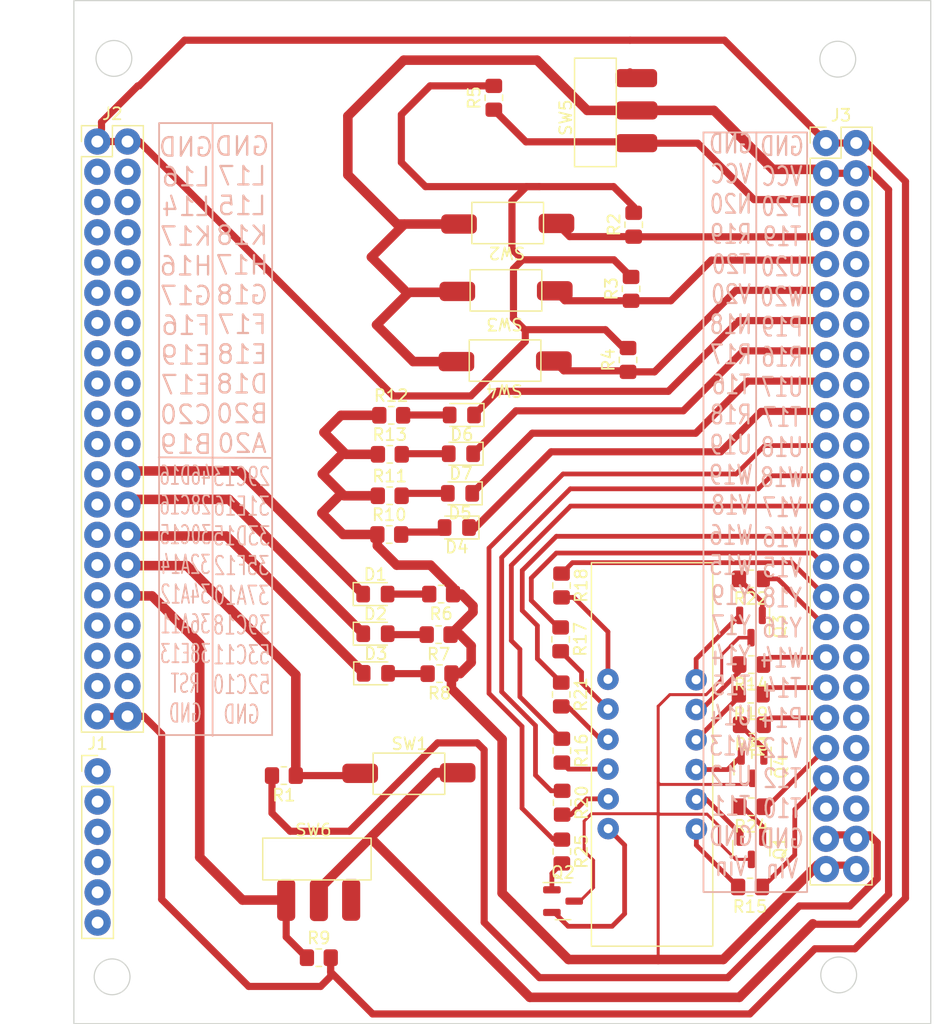
<source format=kicad_pcb>
(kicad_pcb (version 20221018) (generator pcbnew)
  (layers (0 "F.Cu" signal) (31 "B.Cu" signal) (34 "B.Paste" user) (35 "F.Paste" user) (36 "B.SilkS" user "B.Silkscreen") (37 "F.SilkS" user "F.Silkscreen") (38 "B.Mask" user) (39 "F.Mask" user) (44 "Edge.Cuts" user))
  (net 0 "")
  (net 1 "Net-(D1-K)")
  (net 2 "Net-(D1-A)")
  (net 3 "Net-(D2-K)")
  (net 4 "Net-(D2-A)")
  (net 5 "Net-(D3-K)")
  (net 6 "Net-(D3-A)")
  (net 7 "Net-(D4-K)")
  (net 8 "Net-(D4-A)")
  (net 9 "Net-(D5-K)")
  (net 10 "Net-(D5-A)")
  (net 11 "Net-(D6-K)")
  (net 12 "Net-(D6-A)")
  (net 13 "Net-(D7-K)")
  (net 14 "Net-(D7-A)")
  (net 16 "gnd")
  (net 45 "vdd")
  (net 47 "Net-(J2-Pin_30)")
  (net 49 "Net-(J2-Pin_32)")
  (net 56 "Net-(J3-Pin_5)")
  (net 58 "Net-(J3-Pin_7)")
  (net 60 "Net-(J3-Pin_9)")
  (net 62 "Net-(J3-Pin_11)")
  (net 68 "Net-(J3-Pin_21)")
  (net 70 "Net-(J3-Pin_23)")
  (net 72 "Net-(J3-Pin_25)")
  (net 74 "Net-(J3-Pin_27)")
  (net 76 "Net-(J3-Pin_29)")
  (net 78 "vin")
  (net 79 "Net-(J3-Pin_31)")
  (net 81 "Net-(J3-Pin_33)")
  (net 83 "Net-(J3-Pin_35)")
  (net 85 "Net-(J3-Pin_37)")
  (net 87 "Net-(J3-Pin_39)")
  (net 89 "Net-(J3-Pin_41)")
  (net 91 "Net-(J3-Pin_43)")
  (net 95 "Net-(Q1-B)")
  (net 96 "Net-(Q1-E)")
  (net 97 "Net-(Q2-B)")
  (net 98 "Net-(Q2-E)")
  (net 99 "Net-(Q3-B)")
  (net 100 "Net-(Q3-E)")
  (net 101 "Net-(Q4-B)")
  (net 102 "Net-(Q4-E)")
  (net 103 "Net-(U1-a)")
  (net 104 "Net-(U1-b)")
  (net 105 "Net-(U1-c)")
  (net 106 "Net-(U1-d)")
  (net 107 "Net-(U1-e)")
  (net 108 "Net-(U1-f)")
  (net 109 "Net-(U1-g)")
  (net 110 "Net-(U1-DPX)")
  (net 111 "unconnected-(SW5A-C-Pad3)")
  (net 112 "unconnected-(SW6A-C-Pad3)")
  (footprint "Package_TO_SOT_SMD:SOT-23" (layer "F.Cu") (at 79.981388 112.07 -90)
    (fp_text reference "Q3")
    (fp_text value "BC847")
  )
  (footprint "footprint:red_button" (layer "F.Cu") (at 50.868388 122.6373)
    (fp_text reference "SW1")
    (fp_text value "SW_Push")
  )
  (footprint "Connector_PinHeader_2.54mm:PinHeader_2x25_P2.54mm_Vertical" (layer "F.Cu") (at 86.285388 71.4756)
    (fp_text reference "J3")
    (fp_text value "Conn_02x25_Odd_Even")
  )
  (footprint "LED_SMD:LED_0805_2012Metric_Pad1.15x1.40mm_HandSolder" (layer "F.Cu") (at 55.529288 100.8888 180)
    (fp_text reference "D5")
    (fp_text value "LED")
  )
  (footprint "Resistor_SMD:R_0805_2012Metric_Pad1.20x1.40mm_HandSolder" (layer "F.Cu") (at 58.370788 67.675 90)
    (fp_text reference "R5")
    (fp_text value "R")
  )
  (footprint "Resistor_SMD:R_0805_2012Metric_Pad1.20x1.40mm_HandSolder" (layer "F.Cu") (at 49.620088 101.092)
    (fp_text reference "R11")
    (fp_text value "R")
  )
  (footprint "Package_TO_SOT_SMD:SOT-23" (layer "F.Cu") (at 80.011588 130.6853 -90)
    (fp_text reference "Q1")
    (fp_text value "BC847")
  )
  (footprint "footprint:red_button" (layer "F.Cu") (at 59.761188 85.6427 180)
    (fp_text reference "SW3")
    (fp_text value "SW_Push")
  )
  (footprint "Resistor_SMD:R_0805_2012Metric_Pad1.20x1.40mm_HandSolder" (layer "F.Cu") (at 64.034988 117.7798 -90)
    (fp_text reference "R21")
    (fp_text value "R")
  )
  (footprint "Package_TO_SOT_SMD:SOT-23" (layer "F.Cu") (at 80.113188 123.8781 -90)
    (fp_text reference "Q4")
    (fp_text value "BC847")
  )
  (footprint "Resistor_SMD:R_0805_2012Metric_Pad1.20x1.40mm_HandSolder" (layer "F.Cu") (at 63.984188 113.1476 -90)
    (fp_text reference "R17")
    (fp_text value "R")
  )
  (footprint "Resistor_SMD:R_0805_2012Metric_Pad1.20x1.40mm_HandSolder" (layer "F.Cu") (at 53.941788 109.347 180)
    (fp_text reference "R6")
    (fp_text value "R")
  )
  (footprint "footprint:4_digit7_segment" (layer "F.Cu") (at 77.192188 122.4026 -90)
    (fp_text reference "U1")
    (fp_text value "CA56-12EWA")
  )
  (footprint "LED_SMD:LED_0805_2012Metric_Pad1.15x1.40mm_HandSolder" (layer "F.Cu") (at 48.413988 109.347)
    (fp_text reference "D1")
    (fp_text value "LED")
  )
  (footprint "Resistor_SMD:R_0805_2012Metric_Pad1.20x1.40mm_HandSolder" (layer "F.Cu") (at 40.727188 124.587 180)
    (fp_text reference "R1")
    (fp_text value "R")
  )
  (footprint "Resistor_SMD:R_0805_2012Metric_Pad1.20x1.40mm_HandSolder" (layer "F.Cu") (at 69.648388 89.6874 90)
    (fp_text reference "R4")
    (fp_text value "R")
  )
  (footprint "Resistor_SMD:R_0805_2012Metric_Pad1.20x1.40mm_HandSolder" (layer "F.Cu") (at 79.971388 108.07 180)
    (fp_text reference "R22")
    (fp_text value "R")
  )
  (footprint "Resistor_SMD:R_0805_2012Metric_Pad1.20x1.40mm_HandSolder" (layer "F.Cu") (at 70.124388 78.3336 90)
    (fp_text reference "R2")
    (fp_text value "R")
  )
  (footprint "Resistor_SMD:R_0805_2012Metric_Pad1.20x1.40mm_HandSolder" (layer "F.Cu") (at 69.902388 83.7184 90)
    (fp_text reference "R3")
    (fp_text value "R")
  )
  (footprint "Resistor_SMD:R_0805_2012Metric_Pad1.20x1.40mm_HandSolder" (layer "F.Cu") (at 80.052988 120.3198 180)
    (fp_text reference "R23")
    (fp_text value "R")
  )
  (footprint "Resistor_SMD:R_0805_2012Metric_Pad1.20x1.40mm_HandSolder" (layer "F.Cu") (at 53.808188 116.0272 180)
    (fp_text reference "R8")
    (fp_text value "R")
  )
  (footprint "Resistor_SMD:R_0805_2012Metric_Pad1.20x1.40mm_HandSolder" (layer "F.Cu") (at 80.011588 127.2032 180)
    (fp_text reference "R24")
    (fp_text value "R")
  )
  (footprint "footprint:switch_smd" (layer "F.Cu") (at 65.152588 73.4568 90)
    (fp_text reference "SW5")
    (fp_text value "SW_DPDT_x2")
  )
  (footprint "Resistor_SMD:R_0805_2012Metric_Pad1.20x1.40mm_HandSolder" (layer "F.Cu") (at 49.747088 94.3356)
    (fp_text reference "R12")
    (fp_text value "R")
  )
  (footprint "Resistor_SMD:R_0805_2012Metric_Pad1.20x1.40mm_HandSolder" (layer "F.Cu") (at 79.901388 133.94 180)
    (fp_text reference "R15")
    (fp_text value "R")
  )
  (footprint "Resistor_SMD:R_0805_2012Metric_Pad1.20x1.40mm_HandSolder" (layer "F.Cu") (at 80.002188 115.2652 180)
    (fp_text reference "R14")
    (fp_text value "R")
  )
  (footprint "LED_SMD:LED_0805_2012Metric_Pad1.15x1.40mm_HandSolder" (layer "F.Cu") (at 48.455789 116.0018)
    (fp_text reference "D3")
    (fp_text value "LED")
  )
  (footprint "LED_SMD:LED_0805_2012Metric_Pad1.15x1.40mm_HandSolder" (layer "F.Cu") (at 55.258888 103.759 180)
    (fp_text reference "D4")
    (fp_text value "LED")
  )
  (footprint "Package_TO_SOT_SMD:SOT-23" (layer "F.Cu") (at 64.187388 135.128)
    (fp_text reference "Q2")
    (fp_text value "BC847")
  )
  (footprint "Resistor_SMD:R_0805_2012Metric_Pad1.20x1.40mm_HandSolder" (layer "F.Cu") (at 64.085788 130.9624 -90)
    (fp_text reference "R25")
    (fp_text value "R")
  )
  (footprint "footprint:switch_smd" (layer "F.Cu") (at 38.950188 129.8376)
    (fp_text reference "SW6")
    (fp_text value "SW_DPDT_x2")
  )
  (footprint "footprint:red_button" (layer "F.Cu") (at 59.904188 79.9846 180)
    (fp_text reference "SW2")
    (fp_text value "SW_Push")
  )
  (footprint "Resistor_SMD:R_0805_2012Metric_Pad1.20x1.40mm_HandSolder" (layer "F.Cu") (at 53.731988 112.7506 180)
    (fp_text reference "R7")
    (fp_text value "R")
  )
  (footprint "Resistor_SMD:R_0805_2012Metric_Pad1.20x1.40mm_HandSolder" (layer "F.Cu") (at 64.085788 122.4948 -90)
    (fp_text reference "R16")
    (fp_text value "R")
  )
  (footprint "LED_SMD:LED_0805_2012Metric_Pad1.15x1.40mm_HandSolder" (layer "F.Cu") (at 48.422987 112.6744)
    (fp_text reference "D2")
    (fp_text value "LED")
  )
  (footprint "LED_SMD:LED_0805_2012Metric_Pad1.15x1.40mm_HandSolder" (layer "F.Cu") (at 55.681688 94.3102 180)
    (fp_text reference "D6")
    (fp_text value "LED")
  )
  (footprint "Resistor_SMD:R_0805_2012Metric_Pad1.20x1.40mm_HandSolder" (layer "F.Cu") (at 49.585288 104.3432)
    (fp_text reference "R10")
    (fp_text value "R")
  )
  (footprint "Connector_PinHeader_2.54mm:PinHeader_1x06_P2.54mm_Vertical" (layer "F.Cu") (at 25.071388 124.2314)
    (fp_text reference "J1")
    (fp_text value "Conn_01x06_Male")
  )
  (footprint "Resistor_SMD:R_0805_2012Metric_Pad1.20x1.40mm_HandSolder" (layer "F.Cu") (at 64.111188 126.8636 -90)
    (fp_text reference "R20")
    (fp_text value "R")
  )
  (footprint "footprint:red_button" (layer "F.Cu") (at 59.684988 91.5355 180)
    (fp_text reference "SW4")
    (fp_text value "SW_Push")
  )
  (footprint "Connector_PinHeader_2.54mm:PinHeader_2x20_P2.54mm_Vertical" (layer "F.Cu") (at 25.045988 71.3486)
    (fp_text reference "J2")
    (fp_text value "Conn_02x20_Odd_Even")
  )
  (footprint "Resistor_SMD:R_0805_2012Metric_Pad1.20x1.40mm_HandSolder" (layer "F.Cu") (at 64.060388 108.6264 -90)
    (fp_text reference "R18")
    (fp_text value "R")
  )
  (footprint "LED_SMD:LED_0805_2012Metric_Pad1.15x1.40mm_HandSolder" (layer "F.Cu") (at 55.605488 97.5614 180)
    (fp_text reference "D7")
    (fp_text value "LED")
  )
  (footprint "Resistor_SMD:R_0805_2012Metric_Pad1.20x1.40mm_HandSolder" (layer "F.Cu") (at 79.960788 117.7544 180)
    (fp_text reference "R19")
    (fp_text value "R")
  )
  (footprint "Resistor_SMD:R_0805_2012Metric_Pad1.20x1.40mm_HandSolder" (layer "F.Cu") (at 49.629488 97.6122)
    (fp_text reference "R13")
    (fp_text value "R")
  )
  (footprint "Resistor_SMD:R_0805_2012Metric_Pad1.20x1.40mm_HandSolder" (layer "F.Cu") (at 43.664188 139.8778)
    (fp_text reference "R9")
    (fp_text value "R")
  )
  (gr_poly (pts (xy 30.2394 121.183043) (xy 39.739 121.183043) (xy 39.739 69.798843) (xy 30.239401 69.798843)) (stroke (width 0.15)) (fill none) (layer "B.SilkS"))
  (gr_line (start 80.382 134.3393) (end 80.4328 70.5853) (stroke (width 0.15)) (layer "B.SilkS"))
  (gr_rect (start 75.9878 70.5853) (end 84.7 134.3647) (stroke (width 0.15)) (fill none) (layer "B.SilkS"))
  (gr_line (start 39.6882 97.9144) (end 30.214 97.8636) (stroke (width 0.15)) (layer "B.SilkS"))
  (gr_line (start 34.7352 69.798843) (end 34.7352 121.259243) (stroke (width 0.15)) (layer "B.SilkS"))
  (gr_circle (center 26.290588 141.484015) (end 26.849388 142.881015) (stroke (width 0.1)) (fill none) (layer "Edge.Cuts"))
  (gr_circle (center 87.275988 64.433785) (end 87.834788 65.830785) (stroke (width 0.1)) (fill none) (layer "Edge.Cuts"))
  (gr_circle (center 87.352188 141.3256) (end 87.910988 142.7226) (stroke (width 0.1)) (fill none) (layer "Edge.Cuts"))
  (gr_circle (center 26.442988 64.369615) (end 27.001788 65.766615) (stroke (width 0.1)) (fill none) (layer "Edge.Cuts"))
  (gr_poly (pts (xy 95.08918 145.417243) (xy 23.08018 145.417243) (xy 23.08018 59.514443) (xy 95.08918 59.514444)) (stroke (width 0.1)) (fill none) (layer "Edge.Cuts"))
  (gr_text "GND\nL16\nL14\nK17\nH16\nG17\nF16\nE19\nE17\nC20\nB19" (at 32.5 84.3) (layer "B.SilkS") (effects (font (size 1.55 1.5) (thickness 0.19)) (justify mirror)))
  (gr_text "GND\nVCC\nN20\nR19\nT20\nV20\nN18\nR17\nT16\nR18\nU19\nW19\nV18\nW16\nW15\nY19\nY17\nY14\nT15\nU14\nW13\nU12\nT11\nGND\nVin" (at 78.2992 101.8781) (layer "B.SilkS") (effects (font (size 1.57 1.2) (thickness 0.19)) (justify mirror)))
  (gr_text "46D16\n28C16\n30C15\n32A14\n34A12\n36A11\n38E13\nRST\nGND" (at 32.4492 109.3698) (layer "B.SilkS") (effects (font (size 1.55 0.9)) (justify mirror)))
  (gr_text "29C13\n31E16\n33D15\n35F12\n37A10\n39C18\n53C11\n52C10\nGND" (at 37.1736 109.4714) (layer "B.SilkS") (effects (font (size 1.55 1)) (justify mirror)))
  (gr_text "GND\nL17\nL15\nK18\nH17\nG18\nF17\nE18\nD18\nB20\nA20" (at 37.214392 84.2238) (layer "B.SilkS") (effects (font (size 1.55 1.5) (thickness 0.19)) (justify mirror)))
  (gr_text "GND\nVCC\nP20\nT19\nU20\nW20\nP19\nR16\nU17\nT17\nU18\nW18\nV17\nV16\nV15\nY18\nY16\nW14\nT14\nP14\nV12\nT12\nT10\nGND\nVin" (at 82.5918 102.0813) (layer "B.SilkS") (effects (font (size 1.57 1.2) (thickness 0.19)) (justify mirror)))
  (segment (start 37.051188 99.0092) (end 28.220988 99.0092) (width 0.8) (layer "F.Cu") (net 1))
  (segment (start 47.388988 109.347) (end 37.051188 99.0092) (width 0.8) (layer "F.Cu") (net 1))
  (segment (start 28.220988 99.0092) (end 27.890788 99.3394) (width 0.8) (layer "F.Cu") (net 1))
  (segment (start 52.941788 109.347) (end 49.438988 109.347) (width 0.6) (layer "F.Cu") (net 2))
  (segment (start 47.397987 112.6744) (end 36.120387 101.3968) (width 0.8) (layer "F.Cu") (net 3))
  (segment (start 28.373388 101.3968) (end 27.890788 101.8794) (width 0.8) (layer "F.Cu") (net 3))
  (segment (start 36.120387 101.3968) (end 28.373388 101.3968) (width 0.8) (layer "F.Cu") (net 3))
  (segment (start 49.524187 112.7506) (end 49.447987 112.6744) (width 0.6) (layer "F.Cu") (net 4))
  (segment (start 52.731988 112.7506) (end 49.524187 112.7506) (width 0.6) (layer "F.Cu") (net 4))
  (segment (start 27.941588 104.4702) (end 27.890788 104.4194) (width 0.8) (layer "F.Cu") (net 5))
  (segment (start 47.430789 116.0018) (end 35.899189 104.4702) (width 0.8) (layer "F.Cu") (net 5))
  (segment (start 35.899189 104.4702) (end 27.941588 104.4702) (width 0.8) (layer "F.Cu") (net 5))
  (segment (start 52.808188 116.0272) (end 49.506189 116.0272) (width 0.6) (layer "F.Cu") (net 6))
  (segment (start 49.506189 116.0272) (end 49.480789 116.0018) (width 0.6) (layer "F.Cu") (net 6))
  (segment (start 77.441388 97.4) (end 63.185288 97.4) (width 0.6) (layer "F.Cu") (net 7))
  (segment (start 85.777388 94.0054) (end 80.835988 94.0054) (width 0.6) (layer "F.Cu") (net 7))
  (segment (start 63.185288 97.4) (end 56.445288 104.14) (width 0.6) (layer "F.Cu") (net 7))
  (segment (start 80.835988 94.0054) (end 77.441388 97.4) (width 0.6) (layer "F.Cu") (net 7))
  (segment (start 54.395288 104.14) (end 50.788488 104.14) (width 0.6) (layer "F.Cu") (net 8))
  (segment (start 85.777388 91.4654) (end 79.706788 91.4654) (width 0.6) (layer "F.Cu") (net 9))
  (segment (start 75.332188 95.84) (end 61.603088 95.84) (width 0.6) (layer "F.Cu") (net 9))
  (segment (start 79.706788 91.4654) (end 75.332188 95.84) (width 0.6) (layer "F.Cu") (net 9))
  (segment (start 61.603088 95.84) (end 56.554288 100.8888) (width 0.6) (layer "F.Cu") (net 9))
  (segment (start 54.504288 100.8888) (end 50.823288 100.8888) (width 0.6) (layer "F.Cu") (net 10))
  (segment (start 50.823288 100.8888) (end 50.620088 101.092) (width 0.6) (layer "F.Cu") (net 10))
  (segment (start 78.970188 86.3854) (end 85.777388 86.3854) (width 0.6) (layer "F.Cu") (net 11))
  (segment (start 58.696888 92.32) (end 73.035588 92.32) (width 0.6) (layer "F.Cu") (net 11))
  (segment (start 73.035588 92.32) (end 78.970188 86.3854) (width 0.6) (layer "F.Cu") (net 11))
  (segment (start 56.706688 94.3102) (end 58.696888 92.32) (width 0.6) (layer "F.Cu") (net 11))
  (segment (start 54.656688 94.3102) (end 50.772488 94.3102) (width 0.6) (layer "F.Cu") (net 12))
  (segment (start 50.772488 94.3102) (end 50.747088 94.3356) (width 0.6) (layer "F.Cu") (net 12))
  (segment (start 56.630488 97.5614) (end 60.231888 93.96) (width 0.6) (layer "F.Cu") (net 13))
  (segment (start 74.291188 93.96) (end 79.325788 88.9254) (width 0.6) (layer "F.Cu") (net 13))
  (segment (start 79.325788 88.9254) (end 85.777388 88.9254) (width 0.6) (layer "F.Cu") (net 13))
  (segment (start 60.231888 93.96) (end 74.291188 93.96) (width 0.6) (layer "F.Cu") (net 13))
  (segment (start 54.580488 97.5614) (end 50.680288 97.5614) (width 0.6) (layer "F.Cu") (net 14))
  (segment (start 50.680288 97.5614) (end 50.629488 97.6122) (width 0.6) (layer "F.Cu") (net 14))
  (segment (start 52.630388 75.1332) (end 50.598388 73.1012) (width 0.6) (layer "F.Cu") (net 16))
  (segment (start 68.463988 81.28) (end 69.902388 82.7184) (width 0.6) (layer "F.Cu") (net 16))
  (segment (start 39.727188 127.7366) (end 41.251188 129.2606) (width 0.6) (layer "F.Cu") (net 16))
  (segment (start 69.283388 88.6874) (end 69.648388 88.6874) (width 0.6) (layer "F.Cu") (net 16))
  (segment (start 60.021788 82.042) (end 60.021788 86.2076) (width 0.6) (layer "F.Cu") (net 16))
  (segment (start 79.879188 144.6022) (end 48.185388 144.6022) (width 0.6) (layer "F.Cu") (net 16))
  (segment (start 27.585988 71.3486) (end 28.569988 71.3486) (width 0.6) (layer "F.Cu") (net 16))
  (segment (start 43.816588 142.2908) (end 44.664188 141.4432) (width 0.6) (layer "F.Cu") (net 16))
  (segment (start 59.894788 80.391) (end 60.783788 81.28) (width 0.6) (layer "F.Cu") (net 16))
  (segment (start 60.783788 81.28) (end 60.021788 82.042) (width 0.6) (layer "F.Cu") (net 16))
  (segment (start 68.429188 75.1332) (end 62.180788 75.1332) (width 0.6) (layer "F.Cu") (net 16))
  (segment (start 39.727188 124.587) (end 39.727188 127.7366) (width 0.6) (layer "F.Cu") (net 16))
  (segment (start 62.180788 75.1332) (end 52.630388 75.1332) (width 0.6) (layer "F.Cu") (net 16))
  (segment (start 25.045988 71.3486) (end 27.585988 71.3486) (width 0.6) (layer "F.Cu") (net 16))
  (segment (start 84.048388 135.5362) (end 88.290188 135.5362) (width 0.6) (layer "F.Cu") (net 16))
  (segment (start 32.386588 62.8396) (end 28.551188 66.675) (width 0.6) (layer "F.Cu") (net 16))
  (segment (start 69.826188 62.8396) (end 69.811388 62.8544) (width 0.6) (layer "F.Cu") (net 16))
  (segment (start 86.285388 71.4756) (end 88.825388 71.4756) (width 0.6) (layer "F.Cu") (net 16))
  (segment (start 88.317388 71.1454) (end 89.409588 71.1454) (width 0.6) (layer "F.Cu") (net 16))
  (segment (start 49.931388 92.71) (end 56.440388 92.71) (width 0.6) (layer "F.Cu") (net 16))
  (segment (start 77.750988 62.8396) (end 32.386588 62.8396) (width 0.6) (layer "F.Cu") (net 16))
  (segment (start 85.777388 71.1454) (end 85.777388 70.866) (width 0.6) (layer "F.Cu") (net 16))
  (segment (start 88.290188 135.5362) (end 90.591388 133.235) (width 0.6) (layer "F.Cu") (net 16))
  (segment (start 78.030388 141.5542) (end 84.048388 135.5362) (width 0.6) (layer "F.Cu") (net 16))
  (segment (start 28.957588 119.6086) (end 30.456188 121.1072) (width 0.6) (layer "F.Cu") (net 16))
  (segment (start 48.185388 144.6022) (end 44.664188 141.081) (width 0.6) (layer "F.Cu") (net 16))
  (segment (start 92.965588 74.7014) (end 92.965588 134.874) (width 0.6) (layer "F.Cu") (net 16))
  (segment (start 89.409588 71.1454) (end 92.965588 74.7014) (width 0.6) (layer "F.Cu") (net 16))
  (segment (start 61.012388 88.138) (end 61.012388 87.1982) (width 0.6) (layer "F.Cu") (net 16))
  (segment (start 46.229588 129.2606) (end 53.646388 121.8438) (width 0.6) (layer "F.Cu") (net 16))
  (segment (start 27.585988 119.6086) (end 28.957588 119.6086) (width 0.6) (layer "F.Cu") (net 16))
  (segment (start 62.180788 75.1332) (end 61.113988 75.1332) (width 0.6) (layer "F.Cu") (net 16))
  (segment (start 50.598388 73.1012) (end 50.598388 69.088) (width 0.6) (layer "F.Cu") (net 16))
  (segment (start 56.440388 92.71) (end 61.012388 88.138) (width 0.6) (layer "F.Cu") (net 16))
  (segment (start 92.965588 134.874) (end 88.709588 139.13) (width 0.6) (layer "F.Cu") (net 16))
  (segment (start 25.401588 69.723) (end 25.401588 70.3326) (width 0.6) (layer "F.Cu") (net 16))
  (segment (start 41.251188 129.2606) (end 46.229588 129.2606) (width 0.6) (layer "F.Cu") (net 16))
  (segment (start 85.351388 139.13) (end 79.879188 144.6022) (width 0.6) (layer "F.Cu") (net 16))
  (segment (start 53.011388 66.675) (end 58.370788 66.675) (width 0.6) (layer "F.Cu") (net 16))
  (segment (start 28.551188 66.675) (end 28.449588 66.675) (width 0.6) (layer "F.Cu") (net 16))
  (segment (start 67.743388 87.1474) (end 69.283388 88.6874) (width 0.6) (layer "F.Cu") (net 16))
  (segment (start 50.598388 69.088) (end 53.011388 66.675) (width 0.6) (layer "F.Cu") (net 16))
  (segment (start 44.664188 141.4432) (end 44.664188 139.8778) (width 0.6) (layer "F.Cu") (net 16))
  (segment (start 62.206188 141.5542) (end 78.030388 141.5542) (width 0.6) (layer "F.Cu") (net 16))
  (segment (start 53.646388 121.8438) (end 56.973788 121.8438) (width 0.6) (layer "F.Cu") (net 16))
  (segment (start 30.456188 121.1072) (end 30.456188 134.9756) (width 0.6) (layer "F.Cu") (net 16))
  (segment (start 56.973788 121.8438) (end 57.557988 122.428) (width 0.6) (layer "F.Cu") (net 16))
  (segment (start 59.894788 76.3524) (end 59.894788 80.391) (width 0.6) (layer "F.Cu") (net 16))
  (segment (start 25.045988 119.6086) (end 27.585988 119.6086) (width 0.6) (layer "F.Cu") (net 16))
  (segment (start 85.777388 70.866) (end 77.750988 62.8396) (width 0.6) (layer "F.Cu") (net 16))
  (segment (start 28.449588 66.675) (end 25.401588 69.723) (width 0.6) (layer "F.Cu") (net 16))
  (segment (start 60.021788 86.2076) (end 60.961588 87.1474) (width 0.6) (layer "F.Cu") (net 16))
  (segment (start 57.557988 122.428) (end 57.557988 136.906) (width 0.6) (layer "F.Cu") (net 16))
  (segment (start 60.961588 87.1474) (end 67.743388 87.1474) (width 0.6) (layer "F.Cu") (net 16))
  (segment (start 30.456188 134.9756) (end 37.771388 142.2908) (width 0.6) (layer "F.Cu") (net 16))
  (segment (start 89.942988 129.5654) (end 85.777388 129.5654) (width 0.6) (layer "F.Cu") (net 16))
  (segment (start 90.591388 133.235) (end 90.591388 130.2138) (width 0.6) (layer "F.Cu") (net 16))
  (segment (start 60.783788 81.28) (end 68.463988 81.28) (width 0.6) (layer "F.Cu") (net 16))
  (segment (start 61.113988 75.1332) (end 59.894788 76.3524) (width 0.6) (layer "F.Cu") (net 16))
  (segment (start 88.709588 139.13) (end 85.351388 139.13) (width 0.6) (layer "F.Cu") (net 16))
  (segment (start 37.771388 142.2908) (end 43.816588 142.2908) (width 0.6) (layer "F.Cu") (net 16))
  (segment (start 90.591388 130.2138) (end 89.942988 129.5654) (width 0.6) (layer "F.Cu") (net 16))
  (segment (start 57.557988 136.906) (end 62.206188 141.5542) (width 0.6) (layer "F.Cu") (net 16))
  (segment (start 61.012388 87.1982) (end 60.961588 87.1474) (width 0.6) (layer "F.Cu") (net 16))
  (segment (start 44.664188 141.081) (end 44.664188 139.8778) (width 0.6) (layer "F.Cu") (net 16))
  (segment (start 28.569988 71.3486) (end 49.931388 92.71) (width 0.6) (layer "F.Cu") (net 16))
  (segment (start 70.124388 76.8284) (end 68.429188 75.1332) (width 0.6) (layer "F.Cu") (net 16))
  (segment (start 70.124388 77.3336) (end 70.124388 76.8284) (width 0.6) (layer "F.Cu") (net 16))
  (segment (start 51.247688 84.0089) (end 55.224988 84.0089) (width 0.8) (layer "F.Cu") (net 45))
  (segment (start 85.180388 137.031) (end 79.006188 143.2052) (width 0.8) (layer "F.Cu") (net 45))
  (segment (start 46.102588 69.215) (end 46.102588 74.1426) (width 0.8) (layer "F.Cu") (net 45))
  (segment (start 48.083788 81.0514) (end 50.822088 83.7897) (width 0.8) (layer "F.Cu") (net 45))
  (segment (start 61.393388 143.2052) (end 48.210788 130.0226) (width 0.8) (layer "F.Cu") (net 45))
  (segment (start 85.777388 73.6854) (end 81.814988 73.6854) (width 0.8) (layer "F.Cu") (net 45))
  (segment (start 66.223788 68.7368) (end 62.002988 64.516) (width 0.8) (layer "F.Cu") (net 45))
  (segment (start 85.219388 137.07) (end 89.042388 137.07) (width 0.6) (layer "F.Cu") (net 45))
  (segment (start 50.234588 78.2746) (end 55.444188 78.2746) (width 0.8) (layer "F.Cu") (net 45))
  (segment (start 51.600088 89.8255) (end 48.515588 86.741) (width 0.8) (layer "F.Cu") (net 45))
  (segment (start 55.224988 89.8255) (end 51.600088 89.8255) (width 0.8) (layer "F.Cu") (net 45))
  (segment (start 48.515588 86.741) (end 51.247688 84.0089) (width 0.8) (layer "F.Cu") (net 45))
  (segment (start 62.002988 64.516) (end 50.801588 64.516) (width 0.8) (layer "F.Cu") (net 45))
  (segment (start 55.224988 84.0089) (end 55.301188 83.9327) (width 0.6) (layer "F.Cu") (net 45))
  (segment (start 91.543188 134.5692) (end 91.543188 75.3918) (width 0.6) (layer "F.Cu") (net 45))
  (segment (start 85.180388 137.031) (end 85.219388 137.07) (width 0.6) (layer "F.Cu") (net 45))
  (segment (start 50.860588 78.2746) (end 48.083788 81.0514) (width 0.8) (layer "F.Cu") (net 45))
  (segment (start 46.102588 74.1426) (end 50.234588 78.2746) (width 0.8) (layer "F.Cu") (net 45))
  (segment (start 86.285388 74.0156) (end 88.825388 74.0156) (width 0.6) (layer "F.Cu") (net 45))
  (segment (start 43.670188 134.1314) (end 48.210788 129.5908) (width 0.8) (layer "F.Cu") (net 45))
  (segment (start 53.454288 124.3473) (end 55.328388 124.3473) (width 0.8) (layer "F.Cu") (net 45))
  (segment (start 50.801588 64.516) (end 46.102588 69.215) (width 0.8) (layer "F.Cu") (net 45))
  (segment (start 70.372588 68.7368) (end 66.223788 68.7368) (width 0.8) (layer "F.Cu") (net 45))
  (segment (start 48.210788 130.0226) (end 48.210788 129.5908) (width 0.6) (layer "F.Cu") (net 45))
  (segment (start 91.543188 75.3918) (end 89.836788 73.6854) (width 0.6) (layer "F.Cu") (net 45))
  (segment (start 89.836788 73.6854) (end 88.317388 73.6854) (width 0.6) (layer "F.Cu") (net 45))
  (segment (start 76.866388 68.7368) (end 70.372588 68.7368) (width 0.8) (layer "F.Cu") (net 45))
  (segment (start 79.006188 143.2052) (end 61.393388 143.2052) (width 0.8) (layer "F.Cu") (net 45))
  (segment (start 81.814988 73.6854) (end 76.866388 68.7368) (width 0.8) (layer "F.Cu") (net 45))
  (segment (start 55.444188 83.7897) (end 55.301188 83.9327) (width 0.6) (layer "F.Cu") (net 45))
  (segment (start 89.042388 137.07) (end 91.543188 134.5692) (width 0.6) (layer "F.Cu") (net 45))
  (segment (start 48.210788 129.5908) (end 53.454288 124.3473) (width 0.8) (layer "F.Cu") (net 45))
  (segment (start 43.670188 135.0576) (end 43.670188 134.1314) (width 0.6) (layer "F.Cu") (net 45))
  (segment (start 46.948688 124.587) (end 47.138388 124.3973) (width 0.6) (layer "F.Cu") (net 47))
  (segment (start 41.727188 124.587) (end 46.948688 124.587) (width 0.6) (layer "F.Cu") (net 47))
  (segment (start 41.727188 116.1222) (end 41.727188 124.587) (width 0.8) (layer "F.Cu") (net 47))
  (segment (start 32.564388 106.9594) (end 41.727188 116.1222) (width 0.8) (layer "F.Cu") (net 47))
  (segment (start 27.890788 106.9594) (end 32.564388 106.9594) (width 0.8) (layer "F.Cu") (net 47))
  (segment (start 33.656588 113.5126) (end 29.643388 109.4994) (width 0.8) (layer "F.Cu") (net 49))
  (segment (start 40.920188 138.1338) (end 40.920188 135.0376) (width 0.6) (layer "F.Cu") (net 49))
  (segment (start 40.920188 135.0376) (end 37.249188 135.0376) (width 0.8) (layer "F.Cu") (net 49))
  (segment (start 29.643388 109.4994) (end 27.890788 109.4994) (width 0.8) (layer "F.Cu") (net 49))
  (segment (start 33.656588 131.445) (end 33.656588 113.5126) (width 0.8) (layer "F.Cu") (net 49))
  (segment (start 37.249188 135.0376) (end 33.656588 131.445) (width 0.8) (layer "F.Cu") (net 49))
  (segment (start 42.664188 139.8778) (end 40.920188 138.1338) (width 0.6) (layer "F.Cu") (net 49))
  (segment (start 70.239788 71.374) (end 70.352588 71.4868) (width 0.6) (layer "F.Cu") (net 56))
  (segment (start 58.370788 68.675) (end 61.069788 71.374) (width 0.6) (layer "F.Cu") (net 56))
  (segment (start 80.240188 76.2254) (end 75.501588 71.4868) (width 0.6) (layer "F.Cu") (net 56))
  (segment (start 85.777388 76.2254) (end 80.240188 76.2254) (width 0.6) (layer "F.Cu") (net 56))
  (segment (start 61.069788 71.374) (end 70.239788 71.374) (width 0.6) (layer "F.Cu") (net 56))
  (segment (start 75.501588 71.4868) (end 70.352588 71.4868) (width 0.6) (layer "F.Cu") (net 56))
  (segment (start 85.777388 78.7654) (end 85.193188 79.3496) (width 0.6) (layer "F.Cu") (net 58))
  (segment (start 85.193188 79.3496) (end 70.140388 79.3496) (width 0.6) (layer "F.Cu") (net 58))
  (segment (start 64.743188 79.3336) (end 63.634188 78.2246) (width 0.6) (layer "F.Cu") (net 58))
  (segment (start 70.140388 79.3496) (end 70.124388 79.3336) (width 0.6) (layer "F.Cu") (net 58))
  (segment (start 70.124388 79.3336) (end 64.743188 79.3336) (width 0.6) (layer "F.Cu") (net 58))
  (segment (start 85.777388 81.3054) (end 76.658788 81.3054) (width 0.6) (layer "F.Cu") (net 60))
  (segment (start 76.658788 81.3054) (end 73.245788 84.7184) (width 0.6) (layer "F.Cu") (net 60))
  (segment (start 73.245788 84.7184) (end 69.902388 84.7184) (width 0.6) (layer "F.Cu") (net 60))
  (segment (start 69.902388 84.7184) (end 64.326888 84.7184) (width 0.6) (layer "F.Cu") (net 60))
  (segment (start 64.326888 84.7184) (end 63.491188 83.8827) (width 0.6) (layer "F.Cu") (net 60))
  (segment (start 85.777388 83.8454) (end 78.716188 83.8454) (width 0.6) (layer "F.Cu") (net 62))
  (segment (start 64.241288 90.6018) (end 63.414988 89.7755) (width 0.6) (layer "F.Cu") (net 62))
  (segment (start 69.562788 90.6018) (end 64.241288 90.6018) (width 0.6) (layer "F.Cu") (net 62))
  (segment (start 78.716188 83.8454) (end 71.874188 90.6874) (width 0.6) (layer "F.Cu") (net 62))
  (segment (start 69.648388 90.6874) (end 69.562788 90.6018) (width 0.6) (layer "F.Cu") (net 62))
  (segment (start 71.874188 90.6874) (end 69.648388 90.6874) (width 0.6) (layer "F.Cu") (net 62))
  (segment (start 63.373788 129.9624) (end 60.741388 127.33) (width 0.4) (layer "F.Cu") (net 68))
  (segment (start 60.741388 127.33) (end 60.741388 120.46) (width 0.4) (layer "F.Cu") (net 68))
  (segment (start 64.187388 99.2632) (end 78.741588 99.2632) (width 0.4) (layer "F.Cu") (net 68))
  (segment (start 57.964388 105.4862) (end 64.187388 99.2632) (width 0.4) (layer "F.Cu") (net 68))
  (segment (start 81.129188 96.8756) (end 86.285388 96.8756) (width 0.4) (layer "F.Cu") (net 68))
  (segment (start 60.741388 120.46) (end 57.964388 117.683) (width 0.4) (layer "F.Cu") (net 68))
  (segment (start 78.741588 99.2632) (end 81.129188 96.8756) (width 0.4) (layer "F.Cu") (net 68))
  (segment (start 64.085788 129.9624) (end 63.373788 129.9624) (width 0.4) (layer "F.Cu") (net 68))
  (segment (start 57.964388 117.683) (end 57.964388 105.4862) (width 0.4) (layer "F.Cu") (net 68))
  (segment (start 64.796988 100.5078) (end 80.595788 100.5078) (width 0.4) (layer "F.Cu") (net 70))
  (segment (start 61.871388 124.55) (end 61.871388 120.39) (width 0.4) (layer "F.Cu") (net 70))
  (segment (start 59.031188 106.2736) (end 64.796988 100.5078) (width 0.4) (layer "F.Cu") (net 70))
  (segment (start 81.687988 99.4156) (end 86.285388 99.4156) (width 0.4) (layer "F.Cu") (net 70))
  (segment (start 59.031188 117.5498) (end 59.031188 106.2736) (width 0.4) (layer "F.Cu") (net 70))
  (segment (start 64.111188 125.8636) (end 63.184988 125.8636) (width 0.4) (layer "F.Cu") (net 70))
  (segment (start 61.871388 120.39) (end 59.031188 117.5498) (width 0.4) (layer "F.Cu") (net 70))
  (segment (start 80.595788 100.5078) (end 81.687988 99.4156) (width 0.4) (layer "F.Cu") (net 70))
  (segment (start 63.184988 125.8636) (end 61.871388 124.55) (width 0.4) (layer "F.Cu") (net 70))
  (segment (start 60.561388 117.9704) (end 60.561388 113.976) (width 0.4) (layer "F.Cu") (net 72))
  (segment (start 64.822388 101.9556) (end 86.285388 101.9556) (width 0.4) (layer "F.Cu") (net 72))
  (segment (start 64.085788 121.4948) (end 60.561388 117.9704) (width 0.4) (layer "F.Cu") (net 72))
  (segment (start 59.843988 106.934) (end 64.822388 101.9556) (width 0.4) (layer "F.Cu") (net 72))
  (segment (start 59.843988 113.2586) (end 59.843988 106.934) (width 0.4) (layer "F.Cu") (net 72))
  (segment (start 60.561388 113.976) (end 59.843988 113.2586) (width 0.4) (layer "F.Cu") (net 72))
  (segment (start 62.031388 114.7762) (end 62.031388 112) (width 0.4) (layer "F.Cu") (net 74))
  (segment (start 63.628588 104.4956) (end 86.285388 104.4956) (width 0.4) (layer "F.Cu") (net 74))
  (segment (start 64.034988 116.7798) (end 62.031388 114.7762) (width 0.4) (layer "F.Cu") (net 74))
  (segment (start 60.758388 110.727) (end 60.758388 107.3658) (width 0.4) (layer "F.Cu") (net 74))
  (segment (start 60.758388 107.3658) (end 63.628588 104.4956) (width 0.4) (layer "F.Cu") (net 74))
  (segment (start 62.031388 112) (end 60.758388 110.727) (width 0.4) (layer "F.Cu") (net 74))
  (segment (start 63.787588 112.1476) (end 61.520388 109.8804) (width 0.4) (layer "F.Cu") (net 76))
  (segment (start 63.621388 105.9) (end 85.149788 105.9) (width 0.4) (layer "F.Cu") (net 76))
  (segment (start 61.520388 109.8804) (end 61.520388 108.001) (width 0.4) (layer "F.Cu") (net 76))
  (segment (start 63.984188 112.1476) (end 63.609788 112.1476) (width 0.4) (layer "F.Cu") (net 76))
  (segment (start 85.149788 105.9) (end 86.285388 107.0356) (width 0.4) (layer "F.Cu") (net 76))
  (segment (start 63.984188 112.1476) (end 63.787588 112.1476) (width 0.4) (layer "F.Cu") (net 76))
  (segment (start 61.520388 108.001) (end 63.621388 105.9) (width 0.4) (layer "F.Cu") (net 76))
  (segment (start 72.181588 125.1798) (end 72.181588 118.7602) (width 0.25) (layer "F.Cu") (net 78))
  (segment (start 54.808188 117.2768) (end 54.808188 116.0272) (width 0.8) (layer "F.Cu") (net 78))
  (segment (start 56.465788 115.0874) (end 56.465788 113.6904) (width 0.8) (layer "F.Cu") (net 78))
  (segment (start 55.628388 109.347) (end 56.618188 110.3368) (width 0.8) (layer "F.Cu") (net 78))
  (segment (start 50.206588 106.9152) (end 48.585288 105.2939) (width 0.8) (layer "F.Cu") (net 78))
  (segment (start 76.291388 127.83) (end 72.291788 127.83) (width 0.25) (layer "F.Cu") (net 78))
  (segment (start 79.598788 125.33) (end 72.331788 125.33) (width 0.25) (layer "F.Cu") (net 78))
  (segment (start 43.955888 99.2632) (end 45.784688 101.092) (width 0.8) (layer "F.Cu") (net 78))
  (segment (start 77.649388 140.0302) (end 72.181588 140.0302) (width 0.8) (layer "F.Cu") (net 78))
  (segment (start 72.181588 140.0302) (end 64.644588 140.0302) (width 0.8) (layer "F.Cu") (net 78))
  (segment (start 77.321388 128.86) (end 76.291388 127.83) (width 0.25) (layer "F.Cu") (net 78))
  (segment (start 66.751388 133.99) (end 66.751388 131.7) (width 0.25) (layer "F.Cu") (net 78))
  (segment (start 79.981388 113.0075) (end 78.963888 113.0075) (width 0.3) (layer "F.Cu") (net 78))
  (segment (start 77.321388 130.25) (end 77.321388 128.86) (width 0.25) (layer "F.Cu") (net 78))
  (segment (start 45.530688 94.3356) (end 44.095588 95.7707) (width 0.8) (layer "F.Cu") (net 78))
  (segment (start 80.011588 131.6228) (end 78.694188 131.6228) (width 0.25) (layer "F.Cu") (net 78))
  (segment (start 72.291788 127.83) (end 72.181588 127.9402) (width 0.25) (layer "F.Cu") (net 78))
  (segment (start 65.124888 135.128) (end 65.613388 135.128) (width 0.4) (layer "F.Cu") (net 78))
  (segment (start 55.525988 112.7506) (end 54.731988 112.7506) (width 0.8) (layer "F.Cu") (net 78))
  (segment (start 64.644588 140.0302) (end 59.882888 135.2685) (width 0.8) (layer "F.Cu") (net 78))
  (segment (start 48.747088 94.3356) (end 45.530688 94.3356) (width 0.8) (layer "F.Cu") (net 78))
  (segment (start 78.963888 113.0075) (end 78.271388 113.7) (width 0.3) (layer "F.Cu") (net 78))
  (segment (start 54.808188 116.0272) (end 55.525988 116.0272) (width 0.8) (layer "F.Cu") (net 78))
  (segment (start 48.585288 104.3432) (end 45.708488 104.3432) (width 0.8) (layer "F.Cu") (net 78))
  (segment (start 56.465788 113.6904) (end 55.525988 112.7506) (width 0.8) (layer "F.Cu") (net 78))
  (segment (start 85.777388 132.1054) (end 85.574188 132.1054) (width 0.8) (layer "F.Cu") (net 78))
  (segment (start 53.043388 106.9152) (end 50.206588 106.9152) (width 0.8) (layer "F.Cu") (net 78))
  (segment (start 88.317388 132.1054) (end 85.777388 132.1054) (width 0.6) (layer "F.Cu") (net 78))
  (segment (start 72.181588 127.9402) (end 72.181588 125.1798) (width 0.25) (layer "F.Cu") (net 78))
  (segment (start 59.882888 135.2685) (end 59.067588 134.4532) (width 0.8) (layer "F.Cu") (net 78))
  (segment (start 54.941788 109.347) (end 54.941788 108.8136) (width 0.8) (layer "F.Cu") (net 78))
  (segment (start 85.574188 132.1054) (end 80.095488 137.5841) (width 0.8) (layer "F.Cu") (net 78))
  (segment (start 66.751388 131.7) (end 65.961388 130.91) (width 0.25) (layer "F.Cu") (net 78))
  (segment (start 54.941788 109.347) (end 55.628388 109.347) (width 0.8) (layer "F.Cu") (net 78))
  (segment (start 77.521388 116.48) (end 76.211388 117.79) (width 0.25) (layer "F.Cu") (net 78))
  (segment (start 48.585288 105.2939) (end 48.585288 104.3432) (width 0.8) (layer "F.Cu") (net 78))
  (segment (start 45.606888 97.6122) (end 43.955888 99.2632) (width 0.8) (layer "F.Cu") (net 78))
  (segment (start 80.095488 137.5841) (end 77.649388 140.0302) (width 0.8) (layer "F.Cu") (net 78))
  (segment (start 80.113188 124.8156) (end 79.598788 125.33) (width 0.25) (layer "F.Cu") (net 78))
  (segment (start 59.067588 121.5362) (end 54.808188 117.2768) (width 0.8) (layer "F.Cu") (net 78))
  (segment (start 65.613388 135.128) (end 66.751388 133.99) (width 0.25) (layer "F.Cu") (net 78))
  (segment (start 45.708488 104.3432) (end 43.917788 102.5525) (width 0.8) (layer "F.Cu") (net 78))
  (segment (start 72.181588 140.0302) (end 72.181588 127.9402) (width 0.25) (layer "F.Cu") (net 78))
  (segment (start 78.261388 113.7) (end 77.521388 114.44) (width 0.25) (layer "F.Cu") (net 78))
  (segment (start 56.618188 110.8644) (end 54.731988 112.7506) (width 0.8) (layer "F.Cu") (net 78))
  (segment (start 44.095588 95.7707) (end 45.937088 97.6122) (width 0.8) (layer "F.Cu") (net 78))
  (segment (start 78.694188 131.6228) (end 77.321388 130.25) (width 0.25) (layer "F.Cu") (net 78))
  (segment (start 72.251788 127.79) (end 72.291788 127.83) (width 0.25) (layer "F.Cu") (net 78))
  (segment (start 78.271388 113.7) (end 78.261388 113.7) (width 0.3) (layer "F.Cu") (net 78))
  (segment (start 45.784688 101.092) (end 48.620088 101.092) (width 0.8) (layer "F.Cu") (net 78))
  (segment (start 65.961388 128.41) (end 66.581388 127.79) (width 0.25) (layer "F.Cu") (net 78))
  (segment (start 55.525988 116.0272) (end 56.465788 115.0874) (width 0.8) (layer "F.Cu") (net 78))
  (segment (start 79.901388 137.39) (end 80.095488 137.5841) (width 0.2) (layer "F.Cu") (net 78))
  (segment (start 77.521388 114.44) (end 77.521388 116.38) (width 0.25) (layer "F.Cu") (net 78))
  (segment (start 72.181588 118.7602) (end 72.181388 118.76) (width 0.25) (layer "F.Cu") (net 78))
  (segment (start 45.937088 97.6122) (end 48.629488 97.6122) (width 0.8) (layer "F.Cu") (net 78))
  (segment (start 77.521388 116.32) (end 77.521388 116.48) (width 0.25) (layer "F.Cu") (net 78))
  (segment (start 59.067588 134.4532) (end 59.067588 121.5362) (width 0.8) (layer "F.Cu") (net 78))
  (segment (start 73.161388 117.79) (end 72.201388 118.75) (width 0.25) (layer "F.Cu") (net 78))
  (segment (start 60.023388 135.128) (end 59.882888 135.2685) (width 0.4) (layer "F.Cu") (net 78))
  (segment (start 43.917788 102.5525) (end 45.378288 101.092) (width 0.8) (layer "F.Cu") (net 78))
  (segment (start 65.961388 130.91) (end 65.961388 128.41) (width 0.25) (layer "F.Cu") (net 78))
  (segment (start 56.618188 110.3368) (end 56.618188 110.8644) (width 0.8) (layer "F.Cu") (net 78))
  (segment (start 76.211388 117.79) (end 73.161388 117.79) (width 0.25) (layer "F.Cu") (net 78))
  (segment (start 66.581388 127.79) (end 72.251788 127.79) (width 0.25) (layer "F.Cu") (net 78))
  (segment (start 54.941788 108.8136) (end 53.043388 106.9152) (width 0.8) (layer "F.Cu") (net 78))
  (segment (start 72.331788 125.33) (end 72.181588 125.1798) (width 0.25) (layer "F.Cu") (net 78))
  (segment (start 64.060388 107.6264) (end 64.976788 106.71) (width 0.4) (layer "F.Cu") (net 79))
  (segment (start 83.419788 106.71) (end 86.285388 109.5756) (width 0.4) (layer "F.Cu") (net 79))
  (segment (start 64.060388 107.6264) (end 64.060388 107.3912) (width 0.4) (layer "F.Cu") (net 79))
  (segment (start 64.976788 106.71) (end 83.419788 106.71) (width 0.4) (layer "F.Cu") (net 79))
  (segment (start 86.285388 112.1156) (end 82.239788 108.07) (width 0.4) (layer "F.Cu") (net 81))
  (segment (start 82.239788 108.07) (end 80.971388 108.07) (width 0.4) (layer "F.Cu") (net 81))
  (segment (start 81.002188 115.2652) (end 81.611788 114.6556) (width 0.4) (layer "F.Cu") (net 83))
  (segment (start 81.611788 114.6556) (end 86.285388 114.6556) (width 0.4) (layer "F.Cu") (net 83))
  (segment (start 80.960788 117.7544) (end 81.519588 117.1956) (width 0.4) (layer "F.Cu") (net 85))
  (segment (start 81.519588 117.1956) (end 86.285388 117.1956) (width 0.4) (layer "F.Cu") (net 85))
  (segment (start 81.052988 120.3198) (end 81.637188 119.7356) (width 0.4) (layer "F.Cu") (net 87))
  (segment (start 81.637188 119.7356) (end 86.285388 119.7356) (width 0.4) (layer "F.Cu") (net 87))
  (segment (start 81.348188 127.2032) (end 83.641388 124.91) (width 0.4) (layer "F.Cu") (net 89))
  (segment (start 83.650988 124.91) (end 86.285388 122.2756) (width 0.4) (layer "F.Cu") (net 89))
  (segment (start 83.641388 124.91) (end 83.650988 124.91) (width 0.4) (layer "F.Cu") (net 89))
  (segment (start 81.011588 127.2032) (end 81.348188 127.2032) (width 0.4) (layer "F.Cu") (net 89))
  (segment (start 80.901388 133.94) (end 80.971388 133.94) (width 0.4) (layer "F.Cu") (net 91))
  (segment (start 83.671388 127.97) (end 83.671388 127.4296) (width 0.4) (layer "F.Cu") (net 91))
  (segment (start 83.671388 127.4296) (end 86.285388 124.8156) (width 0.4) (layer "F.Cu") (net 91))
  (segment (start 83.661388 127.98) (end 83.671388 127.97) (width 0.4) (layer "F.Cu") (net 91))
  (segment (start 83.661388 131.25) (end 83.661388 127.98) (width 0.4) (layer "F.Cu") (net 91))
  (segment (start 80.971388 133.94) (end 83.661388 131.25) (width 0.4) (layer "F.Cu") (net 91))
  (segment (start 80.961588 128.872439) (end 80.961588 129.7478) (width 0.4) (layer "F.Cu") (net 95))
  (segment (start 79.292349 127.2032) (end 80.961588 128.872439) (width 0.4) (layer "F.Cu") (net 95))
  (segment (start 79.011588 127.2032) (end 79.292349 127.2032) (width 0.4) (layer "F.Cu") (net 95))
  (segment (start 76.223988 126.5826) (end 79.061588 129.4202) (width 0.4) (layer "F.Cu") (net 96))
  (segment (start 79.061588 129.4202) (end 79.061588 129.7478) (width 0.4) (layer "F.Cu") (net 96))
  (segment (start 75.392188 126.5826) (end 76.223988 126.5826) (width 0.4) (layer "F.Cu") (net 96))
  (segment (start 63.249888 132.7983) (end 64.085788 131.9624) (width 0.4) (layer "F.Cu") (net 97))
  (segment (start 63.249888 134.178) (end 63.249888 132.7983) (width 0.4) (layer "F.Cu") (net 97))
  (segment (start 68.311388 137.24) (end 69.361388 136.19) (width 0.4) (layer "F.Cu") (net 98))
  (segment (start 63.249888 136.078) (end 63.449388 136.078) (width 0.4) (layer "F.Cu") (net 98))
  (segment (start 64.611388 137.24) (end 68.311388 137.24) (width 0.4) (layer "F.Cu") (net 98))
  (segment (start 69.361388 136.19) (end 69.361388 130.4218) (width 0.4) (layer "F.Cu") (net 98))
  (segment (start 63.449388 136.078) (end 64.611388 137.24) (width 0.4) (layer "F.Cu") (net 98))
  (segment (start 69.361388 130.4218) (end 67.982188 129.0426) (width 0.4) (layer "F.Cu") (net 98))
  (segment (start 80.931388 111.1325) (end 80.931388 110.03) (width 0.4) (layer "F.Cu") (net 99))
  (segment (start 80.931388 110.03) (end 78.971388 108.07) (width 0.4) (layer "F.Cu") (net 99))
  (segment (start 75.372188 116.5426) (end 75.372188 114.7917) (width 0.4) (layer "F.Cu") (net 100))
  (segment (start 75.372188 114.7917) (end 79.031388 111.1325) (width 0.4) (layer "F.Cu") (net 100))
  (segment (start 81.063188 122.33) (end 79.052988 120.3198) (width 0.4) (layer "F.Cu") (net 101))
  (segment (start 81.063188 122.9406) (end 81.063188 122.33) (width 0.4) (layer "F.Cu") (net 101))
  (segment (start 75.372188 124.0826) (end 78.021188 124.0826) (width 0.4) (layer "F.Cu") (net 102))
  (segment (start 78.021188 124.0826) (end 79.163188 122.9406) (width 0.4) (layer "F.Cu") (net 102))
  (segment (start 75.818788 119.0426) (end 79.002188 115.8592) (width 0.4) (layer "F.Cu") (net 103))
  (segment (start 75.372188 119.0426) (end 75.818788 119.0426) (width 0.4) (layer "F.Cu") (net 103))
  (segment (start 79.002188 115.8592) (end 79.002188 115.2652) (width 0.4) (layer "F.Cu") (net 103))
  (segment (start 75.392188 130.4308) (end 78.901388 133.94) (width 0.4) (layer "F.Cu") (net 104))
  (segment (start 75.392188 129.0826) (end 75.392188 130.4308) (width 0.4) (layer "F.Cu") (net 104))
  (segment (start 64.085788 123.4948) (end 64.633588 124.0426) (width 0.4) (layer "F.Cu") (net 105))
  (segment (start 64.633588 124.0426) (end 67.962188 124.0426) (width 0.4) (layer "F.Cu") (net 105))
  (segment (start 67.962188 119.0008) (end 67.962188 119.0026) (width 0.4) (layer "F.Cu") (net 106))
  (segment (start 63.984188 114.1476) (end 65.741949 115.905361) (width 0.4) (layer "F.Cu") (net 106))
  (segment (start 65.741949 116.780561) (end 67.962188 119.0008) (width 0.4) (layer "F.Cu") (net 106))
  (segment (start 65.741949 115.905361) (end 65.741949 116.780561) (width 0.4) (layer "F.Cu") (net 106))
  (segment (start 65.076388 109.6264) (end 67.962188 112.5122) (width 0.4) (layer "F.Cu") (net 107))
  (segment (start 67.962188 112.5122) (end 67.962188 116.5026) (width 0.4) (layer "F.Cu") (net 107))
  (segment (start 64.060388 109.6264) (end 65.076388 109.6264) (width 0.4) (layer "F.Cu") (net 107))
  (segment (start 78.960788 117.994) (end 78.960788 117.7544) (width 0.4) (layer "F.Cu") (net 108))
  (segment (start 75.372188 121.5826) (end 78.960788 117.994) (width 0.4) (layer "F.Cu") (net 108))
  (segment (start 64.111188 127.8636) (end 64.847788 127.8636) (width 0.4) (layer "F.Cu") (net 109))
  (segment (start 64.847788 127.8636) (end 66.168788 126.5426) (width 0.4) (layer "F.Cu") (net 109))
  (segment (start 66.168788 126.5426) (end 67.982188 126.5426) (width 0.4) (layer "F.Cu") (net 109))
  (segment (start 64.577788 118.7798) (end 67.340588 121.5426) (width 0.4) (layer "F.Cu") (net 110))
  (segment (start 64.034988 118.7798) (end 64.577788 118.7798) (width 0.4) (layer "F.Cu") (net 110))
  (segment (start 67.340588 121.5426) (end 67.962188 121.5426) (width 0.4) (layer "F.Cu") (net 110))
  (segment (start 69.811388 65.4956) (end 70.342588 66.0268) (width 0.6) (layer "F.Cu") (net 111))
  (segment (start 46.380188 135.0276) (end 46.380188 134.771678) (width 0.6) (layer "F.Cu") (net 112))
  (segment (start 46.380188 135.0276) (end 46.552588 135.2) (width 0.6) (layer "F.Cu") (net 112))
)
</source>
